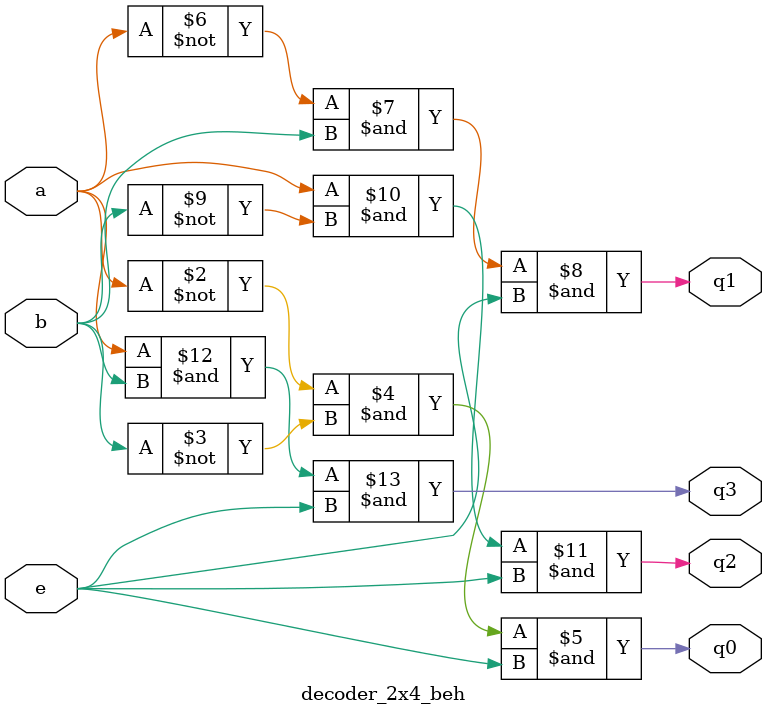
<source format=v>
`timescale 1ns / 1ps


module decoder_2x4_beh(
    input a, b, e,
    output reg q0, q1, q2, q3
    );
   
    always @(a, b)
    begin
        q0 = ~a & ~b & e;
        q1 = ~a & b & e;
        q2 = a & ~b & e;
        q3 = a & b & e;
    end
endmodule

</source>
